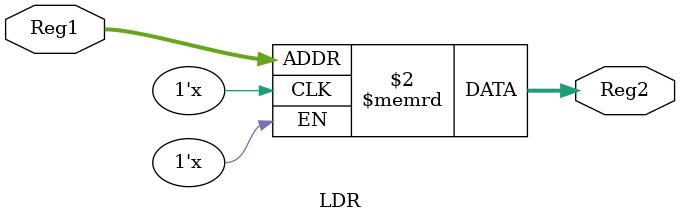
<source format=v>
module LDR ( Reg2, Reg1);
output reg [15:0] Reg2; // DataOut
input [6:0] Reg1; // address previously adjusted by ADR module to 7 bits
reg [15:0] Memory [0:127];   //128 x 16 memory
    
always @*
              Reg2 = Memory[Reg1];  		//Read
endmodule
</source>
